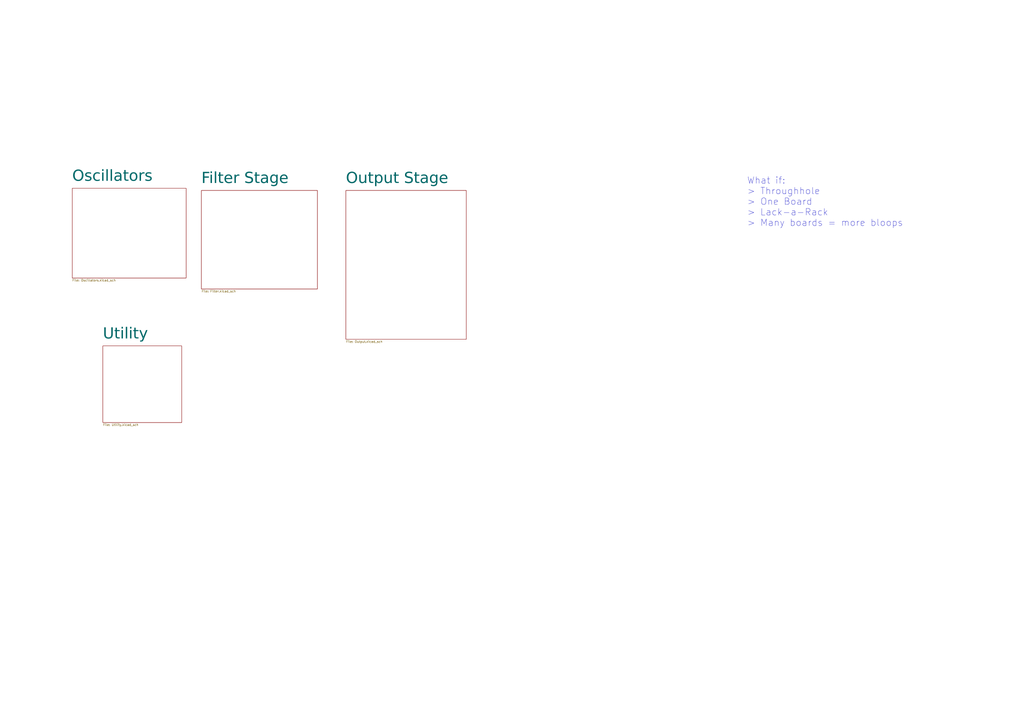
<source format=kicad_sch>
(kicad_sch (version 20231120) (generator "eeschema") (generator_version "8.0")
  (paper "A2")
  (title_block (title "Basiq Explorer") (date "2024-11-07") (rev "1.0") (company "velvia-fifty") (comment 1 "https://github.com/velvia-fifty/AudioThings") (comment 2 "If you only sent just one to the fab...") (comment 4 "Stay humble"))
  (lib_symbols
    (symbol "AT-Symbols:EURO_Express_x4" (in_bom no)
      (property "Reference" "J" (at 1.27 2.032 0))
      (symbol "EURO_Express_x4_0_0"
        (pin passive line (at 43.18 2.54 180) (length 2.54) (name "PRSNT_A") (number "A1"))
        (pin bidirectional line (at 43.18 -33.02 180) (length 2.54) (name "EURO_CV") (number "A10"))
        (pin passive line (at 43.18 -35.56 180) (length 2.54) (name "GND") (number "A11"))
        (pin power_out line (at 43.18 -40.64 180) (length 2.54) (name "USB_5V") (number "A12"))
        (pin bidirectional line (at 43.18 -43.18 180) (length 2.54) (name "USB_D-") (number "A13"))
        (pin bidirectional line (at 43.18 -52.07 180) (length 2.54) (name "Audio_Out_A") (number "A14"))
        (pin passive line (at 43.18 -54.61 180) (length 2.54) (name "GND") (number "A15"))
        (pin bidirectional line (at 43.18 -57.15 180) (length 2.54) (name "Audio_Out_B") (number "A16"))
        (pin passive line (at 43.18 -59.69 180) (length 2.54) (name "GND") (number "A17"))
        (pin bidirectional line (at 43.18 -62.23 180) (length 2.54) (name "Audio_Out_C") (number "A18"))
        (pin passive line (at 43.18 -64.77 180) (length 2.54) (name "GND") (number "A19"))
        (pin power_in line (at 43.18 -7.62 180) (length 2.54) (name "+5V") (number "A2"))
        (pin bidirectional line (at 43.18 -67.31 180) (length 2.54) (name "Audio_Out_D") (number "A20"))
        (pin passive line (at 43.18 -69.85 180) (length 2.54) (name "GND") (number "A21"))
        (pin passive line (at 43.18 -78.74 180) (length 2.54) (name "GND") (number "A23"))
        (pin passive line (at 43.18 -81.28 180) (length 2.54) (name "GND") (number "A26"))
        (pin passive line (at 43.18 -10.16 180) (length 2.54) (name "GND") (number "A3"))
        (pin power_in line (at 43.18 -12.7 180) (length 2.54) (name "+12V") (number "A4"))
        (pin passive line (at 43.18 -15.24 180) (length 2.54) (name "GND") (number "A5"))
        (pin passive line (at 43.18 -17.78 180) (length 2.54) (name "GND") (number "A6"))
        (pin power_in line (at 43.18 -20.32 180) (length 2.54) (name "-12V") (number "A7"))
        (pin passive line (at 43.18 -22.86 180) (length 2.54) (name "GND") (number "A8"))
        (pin bidirectional line (at 43.18 -30.48 180) (length 2.54) (name "EURO_GATE") (number "A9"))
        (pin passive line (at 8.89 -5.08 0) (length 2.54) (name "GND") (number "B1"))
        (pin bidirectional line (at 8.89 -33.02 0) (length 2.54) (name "OUT_CV") (number "B10"))
        (pin passive line (at 8.89 -35.56 0) (length 2.54) (name "GND") (number "B11"))
        (pin bidirectional line (at 8.89 -40.64 0) (length 2.54) (name "USB_D+") (number "B12"))
        (pin passive line (at 8.89 -43.18 0) (length 2.54) (name "GND") (number "B13"))
        (pin passive line (at 8.89 -52.07 0) (length 2.54) (name "GND") (number "B14"))
        (pin bidirectional line (at 8.89 -54.61 0) (length 2.54) (name "Audio_In_A") (number "B15"))
        (pin passive line (at 8.89 -57.15 0) (length 2.54) (name "GND") (number "B16"))
        (pin bidirectional line (at 8.89 -59.69 0) (length 2.54) (name "Audio_In_B") (number "B17"))
        (pin passive line (at 8.89 -62.23 0) (length 2.54) (name "GND") (number "B18"))
        (pin bidirectional line (at 8.89 -64.77 0) (length 2.54) (name "Audio_In_C") (number "B19"))
        (pin power_in line (at 8.89 -7.62 0) (length 2.54) (name "+5V") (number "B2"))
        (pin passive line (at 8.89 -67.31 0) (length 2.54) (name "GND") (number "B20"))
        (pin bidirectional line (at 8.89 -69.85 0) (length 2.54) (name "Audio_In_D") (number "B21"))
        (pin passive line (at 8.89 -81.28 0) (length 2.54) (name "GND") (number "B26"))
        (pin passive line (at 8.89 -10.16 0) (length 2.54) (name "GND") (number "B3"))
        (pin passive line (at 8.89 -83.82 0) (length 2.54) (name "GND") (number "B32"))
        (pin power_in line (at 8.89 -12.7 0) (length 2.54) (name "+12V") (number "B4"))
        (pin passive line (at 8.89 -15.24 0) (length 2.54) (name "GND") (number "B5"))
        (pin passive line (at 8.89 -17.78 0) (length 2.54) (name "GND") (number "B6"))
        (pin power_in line (at 8.89 -20.32 0) (length 2.54) (name "-12V") (number "B7"))
        (pin passive line (at 8.89 -22.86 0) (length 2.54) (name "GND") (number "B8"))
        (pin bidirectional line (at 8.89 -30.48 0) (length 2.54) (name "OUT_GATE") (number "B9"))
      )
      (symbol "EURO_Express_x4_1_1"
        (pin passive line (at 43.18 0 180) (length 2.54) (name "PRSNT_B") (number "B31"))
      )
    )
    (symbol "Amplifier_Operational:TL072" (pin_names (offset 0.127))
      (property "Reference" "U" (at 0 5.08 0))
      (property "Value" "TL072" (at 0 -5.08 0))
      (symbol "TL072_1_1"
        (pin output line (at 7.62 0 180) (length 2.54) (name "~") (number "1"))
        (pin input line (at -7.62 -2.54 0) (length 2.54) (name "-") (number "2"))
        (pin input line (at -7.62 2.54 0) (length 2.54) (name "+") (number "3"))
      )
      (symbol "TL072_2_1"
        (pin input line (at -7.62 2.54 0) (length 2.54) (name "+") (number "5"))
        (pin input line (at -7.62 -2.54 0) (length 2.54) (name "-") (number "6"))
        (pin output line (at 7.62 0 180) (length 2.54) (name "~") (number "7"))
      )
      (symbol "TL072_3_1"
        (pin power_in line (at -2.54 -7.62 90) (length 3.81) (name "V-") (number "4"))
        (pin power_in line (at -2.54 7.62 270) (length 3.81) (name "V+") (number "8"))
      )
    )
    (symbol "Connector:DIN41612_02x32_AB" (pin_names (offset 1.016) hide)
      (property "Reference" "J" (at 1.27 40.64 0))
      (property "Value" "DIN41612_02x32_AB" (at 1.27 -43.18 0))
      (symbol "DIN41612_02x32_AB_1_1"
        (pin passive line (at -5.08 38.1 0) (length 3.81) (name "Pin_a1") (number "a1"))
        (pin passive line (at -5.08 15.24 0) (length 3.81) (name "Pin_a10") (number "a10"))
        (pin passive line (at -5.08 12.7 0) (length 3.81) (name "Pin_a11") (number "a11"))
        (pin passive line (at -5.08 10.16 0) (length 3.81) (name "Pin_a12") (number "a12"))
        (pin passive line (at -5.08 7.62 0) (length 3.81) (name "Pin_a13") (number "a13"))
        (pin passive line (at -5.08 5.08 0) (length 3.81) (name "Pin_a14") (number "a14"))
        (pin passive line (at -5.08 2.54 0) (length 3.81) (name "Pin_a15") (number "a15"))
        (pin passive line (at -5.08 0 0) (length 3.81) (name "Pin_a16") (number "a16"))
        (pin passive line (at -5.08 -2.54 0) (length 3.81) (name "Pin_a17") (number "a17"))
        (pin passive line (at -5.08 -5.08 0) (length 3.81) (name "Pin_a18") (number "a18"))
        (pin passive line (at -5.08 -7.62 0) (length 3.81) (name "Pin_a19") (number "a19"))
        (pin passive line (at -5.08 35.56 0) (length 3.81) (name "Pin_a2") (number "a2"))
        (pin passive line (at -5.08 -10.16 0) (length 3.81) (name "Pin_a20") (number "a20"))
        (pin passive line (at -5.08 -12.7 0) (length 3.81) (name "Pin_a21") (number "a21"))
        (pin passive line (at -5.08 -15.24 0) (length 3.81) (name "Pin_a22") (number "a22"))
        (pin passive line (at -5.08 -17.78 0) (length 3.81) (name "Pin_a23") (number "a23"))
        (pin passive line (at -5.08 -20.32 0) (length 3.81) (name "Pin_a24") (number "a24"))
        (pin passive line (at -5.08 -22.86 0) (length 3.81) (name "Pin_a25") (number "a25"))
        (pin passive line (at -5.08 -25.4 0) (length 3.81) (name "Pin_a26") (number "a26"))
        (pin passive line (at -5.08 -27.94 0) (length 3.81) (name "Pin_a27") (number "a27"))
        (pin passive line (at -5.08 -30.48 0) (length 3.81) (name "Pin_a28") (number "a28"))
        (pin passive line (at -5.08 -33.02 0) (length 3.81) (name "Pin_a29") (number "a29"))
        (pin passive line (at -5.08 33.02 0) (length 3.81) (name "Pin_a3") (number "a3"))
        (pin passive line (at -5.08 -35.56 0) (length 3.81) (name "Pin_a30") (number "a30"))
        (pin passive line (at -5.08 -38.1 0) (length 3.81) (name "Pin_a31") (number "a31"))
        (pin passive line (at -5.08 -40.64 0) (length 3.81) (name "Pin_a32") (number "a32"))
        (pin passive line (at -5.08 30.48 0) (length 3.81) (name "Pin_a4") (number "a4"))
        (pin passive line (at -5.08 27.94 0) (length 3.81) (name "Pin_a5") (number "a5"))
        (pin passive line (at -5.08 25.4 0) (length 3.81) (name "Pin_a6") (number "a6"))
        (pin passive line (at -5.08 22.86 0) (length 3.81) (name "Pin_a7") (number "a7"))
        (pin passive line (at -5.08 20.32 0) (length 3.81) (name "Pin_a8") (number "a8"))
        (pin passive line (at -5.08 17.78 0) (length 3.81) (name "Pin_a9") (number "a9"))
        (pin passive line (at 7.62 38.1 180) (length 3.81) (name "Pin_b1") (number "b1"))
        (pin passive line (at 7.62 15.24 180) (length 3.81) (name "Pin_b10") (number "b10"))
        (pin passive line (at 7.62 12.7 180) (length 3.81) (name "Pin_b11") (number "b11"))
        (pin passive line (at 7.62 10.16 180) (length 3.81) (name "Pin_b12") (number "b12"))
        (pin passive line (at 7.62 7.62 180) (length 3.81) (name "Pin_b13") (number "b13"))
        (pin passive line (at 7.62 5.08 180) (length 3.81) (name "Pin_b14") (number "b14"))
        (pin passive line (at 7.62 2.54 180) (length 3.81) (name "Pin_b15") (number "b15"))
        (pin passive line (at 7.62 0 180) (length 3.81) (name "Pin_b16") (number "b16"))
        (pin passive line (at 7.62 -2.54 180) (length 3.81) (name "Pin_b17") (number "b17"))
        (pin passive line (at 7.62 -5.08 180) (length 3.81) (name "Pin_b18") (number "b18"))
        (pin passive line (at 7.62 -7.62 180) (length 3.81) (name "Pin_b19") (number "b19"))
        (pin passive line (at 7.62 35.56 180) (length 3.81) (name "Pin_b2") (number "b2"))
        (pin passive line (at 7.62 -10.16 180) (length 3.81) (name "Pin_b20") (number "b20"))
        (pin passive line (at 7.62 -12.7 180) (length 3.81) (name "Pin_b21") (number "b21"))
        (pin passive line (at 7.62 -15.24 180) (length 3.81) (name "Pin_b22") (number "b22"))
        (pin passive line (at 7.62 -17.78 180) (length 3.81) (name "Pin_b23") (number "b23"))
        (pin passive line (at 7.62 -20.32 180) (length 3.81) (name "Pin_b24") (number "b24"))
        (pin passive line (at 7.62 -22.86 180) (length 3.81) (name "Pin_b25") (number "b25"))
        (pin passive line (at 7.62 -25.4 180) (length 3.81) (name "Pin_b26") (number "b26"))
        (pin passive line (at 7.62 -27.94 180) (length 3.81) (name "Pin_b27") (number "b27"))
        (pin passive line (at 7.62 -30.48 180) (length 3.81) (name "Pin_b28") (number "b28"))
        (pin passive line (at 7.62 -33.02 180) (length 3.81) (name "Pin_b29") (number "b29"))
        (pin passive line (at 7.62 33.02 180) (length 3.81) (name "Pin_b3") (number "b3"))
        (pin passive line (at 7.62 -35.56 180) (length 3.81) (name "Pin_b30") (number "b30"))
        (pin passive line (at 7.62 -38.1 180) (length 3.81) (name "Pin_b31") (number "b31"))
        (pin passive line (at 7.62 -40.64 180) (length 3.81) (name "Pin_b32") (number "b32"))
        (pin passive line (at 7.62 30.48 180) (length 3.81) (name "Pin_b4") (number "b4"))
        (pin passive line (at 7.62 27.94 180) (length 3.81) (name "Pin_b5") (number "b5"))
        (pin passive line (at 7.62 25.4 180) (length 3.81) (name "Pin_b6") (number "b6"))
        (pin passive line (at 7.62 22.86 180) (length 3.81) (name "Pin_b7") (number "b7"))
        (pin passive line (at 7.62 20.32 180) (length 3.81) (name "Pin_b8") (number "b8"))
        (pin passive line (at 7.62 17.78 180) (length 3.81) (name "Pin_b9") (number "b9"))
      )
    )
    (symbol "Connector_Audio:AudioJack2_SwitchT"
      (property "Reference" "J" (at 0 8.89 0))
      (property "Value" "AudioJack2_SwitchT" (at 0 6.35 0))
      (symbol "AudioJack2_SwitchT_1_1"
        (pin passive line (at 5.08 2.54 180) (length 2.54) (name "~") (number "S"))
        (pin passive line (at 5.08 0 180) (length 2.54) (name "~") (number "T"))
        (pin passive line (at 5.08 -2.54 180) (length 2.54) (name "~") (number "TN"))
      )
    )
    (symbol "Connector_Generic:Conn_02x08_Odd_Even" (pin_names (offset 1.016) hide)
      (property "Reference" "J" (at 1.27 10.16 0))
      (property "Value" "Conn_02x08_Odd_Even" (at 1.27 -12.7 0))
      (symbol "Conn_02x08_Odd_Even_1_1"
        (pin passive line (at -5.08 7.62 0) (length 3.81) (name "Pin_1") (number "1"))
        (pin passive line (at 7.62 -2.54 180) (length 3.81) (name "Pin_10") (number "10"))
        (pin passive line (at -5.08 -5.08 0) (length 3.81) (name "Pin_11") (number "11"))
        (pin passive line (at 7.62 -5.08 180) (length 3.81) (name "Pin_12") (number "12"))
        (pin passive line (at -5.08 -7.62 0) (length 3.81) (name "Pin_13") (number "13"))
        (pin passive line (at 7.62 -7.62 180) (length 3.81) (name "Pin_14") (number "14"))
        (pin passive line (at -5.08 -10.16 0) (length 3.81) (name "Pin_15") (number "15"))
        (pin passive line (at 7.62 -10.16 180) (length 3.81) (name "Pin_16") (number "16"))
        (pin passive line (at 7.62 7.62 180) (length 3.81) (name "Pin_2") (number "2"))
        (pin passive line (at -5.08 5.08 0) (length 3.81) (name "Pin_3") (number "3"))
        (pin passive line (at 7.62 5.08 180) (length 3.81) (name "Pin_4") (number "4"))
        (pin passive line (at -5.08 2.54 0) (length 3.81) (name "Pin_5") (number "5"))
        (pin passive line (at 7.62 2.54 180) (length 3.81) (name "Pin_6") (number "6"))
        (pin passive line (at -5.08 0 0) (length 3.81) (name "Pin_7") (number "7"))
        (pin passive line (at 7.62 0 180) (length 3.81) (name "Pin_8") (number "8"))
        (pin passive line (at -5.08 -2.54 0) (length 3.81) (name "Pin_9") (number "9"))
      )
    )
    (symbol "Device:C" (pin_numbers hide) (pin_names (offset 0.254))
      (property "Reference" "C" (at 0.635 2.54 0))
      (property "Value" "C" (at 0.635 -2.54 0))
      (symbol "C_1_1"
        (pin passive line (at 0 3.81 270) (length 2.794) (name "~") (number "1"))
        (pin passive line (at 0 -3.81 90) (length 2.794) (name "~") (number "2"))
      )
    )
    (symbol "Device:LED" (pin_numbers hide) (pin_names (offset 1.016) hide)
      (property "Reference" "D" (at 0 2.54 0))
      (property "Value" "LED" (at 0 -2.54 0))
      (symbol "LED_1_1"
        (pin passive line (at -3.81 0 0) (length 2.54) (name "K") (number "1"))
        (pin passive line (at 3.81 0 180) (length 2.54) (name "A") (number "2"))
      )
    )
    (symbol "Device:R" (pin_numbers hide) (pin_names (offset 0))
      (property "Reference" "R" (at 2.032 0 90))
      (property "Value" "R" (at 0 0 90))
      (symbol "R_1_1"
        (pin passive line (at 0 3.81 270) (length 1.27) (name "~") (number "1"))
        (pin passive line (at 0 -3.81 90) (length 1.27) (name "~") (number "2"))
      )
    )
    (symbol "Device:R_Potentiometer" (pin_names (offset 1.016) hide)
      (property "Reference" "RV" (at -4.445 0 90))
      (property "Value" "R_Potentiometer" (at -2.54 0 90))
      (symbol "R_Potentiometer_1_1"
        (pin passive line (at 0 3.81 270) (length 1.27) (name "1") (number "1"))
        (pin passive line (at 3.81 0 180) (length 1.27) (name "2") (number "2"))
        (pin passive line (at 0 -3.81 90) (length 1.27) (name "3") (number "3"))
      )
    )
    (symbol "power:+12V" (power) (pin_numbers hide) (pin_names (offset 0) hide)
      (property "Value" "+12V" (at 0 3.556 0))
      (symbol "+12V_1_1"
        (pin power_in line (at 0 0 90) (length 0) (name "~") (number "1"))
      )
    )
    (symbol "power:+5V" (power) (pin_numbers hide) (pin_names (offset 0) hide)
      (property "Value" "+5V" (at 0 3.556 0))
      (symbol "+5V_1_1"
        (pin power_in line (at 0 0 90) (length 0) (name "~") (number "1"))
      )
    )
    (symbol "power:-12V" (power) (pin_numbers hide) (pin_names (offset 0) hide)
      (property "Value" "-12V" (at 0 3.556 0))
      (symbol "-12V_0_0"
        (pin power_in line (at 0 0 90) (length 0) (name "~") (number "1"))
      )
    )
    (symbol "power:GND" (power) (pin_numbers hide) (pin_names (offset 0) hide)
      (property "Value" "GND" (at 0 -3.81 0))
      (symbol "GND_1_1"
        (pin power_in line (at 0 0 270) (length 0) (name "~") (number "1"))
      )
    )
  )
  (junction (at 337.82 -133.35))
  (junction (at 652.78 102.87))
  (junction (at 379.73 -128.27))
  (junction (at 379.73 -133.35))
  (junction (at 337.82 -128.27))
  (junction (at 454.66 -208.28))
  (junction (at 328.93 -130.81))
  (junction (at 486.41 -208.28))
  (junction (at 379.73 -135.89))
  (junction (at 337.82 -135.89))
  (junction (at 304.8 -130.81))
  (junction (at 332.74 -157.48))
  (junction (at 328.93 -144.78))
  (junction (at 678.18 102.87))
  (junction (at 337.82 -140.97))
  (junction (at 304.8 -144.78))
  (junction (at 328.93 -127))
  (junction (at 516.89 -208.28))
  (no_connect (at 703.58 274.32))
  (no_connect (at 703.58 255.27))
  (no_connect (at 703.58 293.37))
  (wire (pts (xy 170.18 -125.73) (xy 172.72 -125.73)))
  (wire (pts (xy 185.42 -105.41) (xy 187.96 -105.41)))
  (wire (pts (xy 337.82 -146.05) (xy 337.82 -140.97)))
  (wire (pts (xy 377.19 -133.35) (xy 379.73 -133.35)))
  (wire (pts (xy 516.89 -200.66) (xy 516.89 -198.12)))
  (wire (pts (xy 467.36 -198.12) (xy 467.36 -200.66)))
  (wire (pts (xy 405.13 -161.29) (xy 405.13 -166.37)))
  (wire (pts (xy 332.74 -143.51) (xy 342.9 -143.51)))
  (wire (pts (xy 170.18 -107.95) (xy 172.72 -107.95)))
  (wire (pts (xy 187.96 -102.87) (xy 185.42 -102.87)))
  (wire (pts (xy 187.96 -100.33) (xy 185.42 -100.33)))
  (wire (pts (xy 304.8 -157.48) (xy 304.8 -144.78)))
  (wire (pts (xy 170.18 -140.97) (xy 172.72 -140.97)))
  (wire (pts (xy 187.96 -176.53) (xy 185.42 -176.53)))
  (wire (pts (xy 309.88 -217.17) (xy 313.69 -217.17)))
  (wire (pts (xy 701.04 262.89) (xy 701.04 260.35)))
  (polyline (pts (xy 162.56 -113.03) (xy 218.44 -113.03)))
  (wire (pts (xy 170.18 -153.67) (xy 172.72 -153.67)))
  (wire (pts (xy 652.78 102.87) (xy 647.7 102.87)))
  (wire (pts (xy 187.96 -171.45) (xy 185.42 -171.45)))
  (wire (pts (xy 379.73 -133.35) (xy 379.73 -128.27)))
  (wire (pts (xy 187.96 -113.03) (xy 185.42 -113.03)))
  (wire (pts (xy 516.89 -198.12) (xy 529.59 -198.12)))
  (wire (pts (xy 499.11 -198.12) (xy 499.11 -200.66)))
  (wire (pts (xy 337.82 -128.27) (xy 337.82 -127)))
  (wire (pts (xy 187.96 -166.37) (xy 185.42 -166.37)))
  (wire (pts (xy 337.82 -133.35) (xy 337.82 -128.27)))
  (wire (pts (xy 645.16 229.87) (xy 645.16 224.79)))
  (wire (pts (xy 187.96 -115.57) (xy 185.42 -115.57)))
  (wire (pts (xy 379.73 -135.89) (xy 379.73 -133.35)))
  (wire (pts (xy 187.96 -133.35) (xy 185.42 -133.35)))
  (wire (pts (xy 187.96 -146.05) (xy 185.42 -146.05)))
  (wire (pts (xy 187.96 -140.97) (xy 185.42 -140.97)))
  (wire (pts (xy 309.88 -222.25) (xy 313.69 -222.25)))
  (wire (pts (xy 187.96 -148.59) (xy 185.42 -148.59)))
  (wire (pts (xy 454.66 -208.28) (xy 477.52 -208.28)))
  (wire (pts (xy 454.66 -198.12) (xy 467.36 -198.12)))
  (wire (pts (xy 170.18 -161.29) (xy 172.72 -161.29)))
  (wire (pts (xy 187.96 -143.51) (xy 185.42 -143.51)))
  (wire (pts (xy 337.82 -140.97) (xy 337.82 -135.89)))
  (wire (pts (xy 337.82 -135.89) (xy 337.82 -133.35)))
  (wire (pts (xy 701.04 281.94) (xy 701.04 279.4)))
  (wire (pts (xy 486.41 -198.12) (xy 499.11 -198.12)))
  (wire (pts (xy 392.43 -166.37) (xy 394.97 -166.37)))
  (wire (pts (xy 701.04 298.45) (xy 703.58 298.45)))
  (wire (pts (xy 379.73 -140.97) (xy 379.73 -135.89)))
  (wire (pts (xy 170.18 -128.27) (xy 172.72 -128.27)))
  (wire (pts (xy 516.89 -218.44) (xy 529.59 -218.44)))
  (wire (pts (xy 330.2 -217.17) (xy 326.39 -217.17)))
  (wire (pts (xy 170.18 -123.19) (xy 172.72 -123.19)))
  (wire (pts (xy 342.9 -140.97) (xy 337.82 -140.97)))
  (wire (pts (xy 516.89 -208.28) (xy 539.75 -208.28)))
  (wire (pts (xy 187.96 -173.99) (xy 185.42 -173.99)))
  (wire (pts (xy 388.62 -143.51) (xy 377.19 -143.51)))
  (wire (pts (xy 405.13 -166.37) (xy 402.59 -166.37)))
  (wire (pts (xy 187.96 -130.81) (xy 185.42 -130.81)))
  (wire (pts (xy 678.18 88.9) (xy 678.18 93.98)))
  (wire (pts (xy 652.78 104.14) (xy 652.78 102.87)))
  (wire (pts (xy 328.93 -144.78) (xy 322.58 -144.78)))
  (wire (pts (xy 187.96 -118.11) (xy 185.42 -118.11)))
  (wire (pts (xy 695.96 257.81) (xy 703.58 257.81)))
  (wire (pts (xy 312.42 -144.78) (xy 314.96 -144.78)))
  (wire (pts (xy 170.18 -105.41) (xy 172.72 -105.41)))
  (wire (pts (xy 170.18 -171.45) (xy 172.72 -171.45)))
  (wire (pts (xy 673.1 97.79) (xy 674.37 97.79)))
  (wire (pts (xy 337.82 -127) (xy 328.93 -127)))
  (wire (pts (xy 170.18 -100.33) (xy 172.72 -100.33)))
  (wire (pts (xy 309.88 -229.87) (xy 313.69 -229.87)))
  (wire (pts (xy 499.11 -218.44) (xy 499.11 -215.9)))
  (wire (pts (xy 695.96 276.86) (xy 703.58 276.86)))
  (wire (pts (xy 379.73 -128.27) (xy 377.19 -128.27)))
  (wire (pts (xy 678.18 101.6) (xy 678.18 102.87)))
  (wire (pts (xy 322.58 -157.48) (xy 332.74 -157.48)))
  (wire (pts (xy 377.19 -140.97) (xy 379.73 -140.97)))
  (wire (pts (xy 187.96 -128.27) (xy 185.42 -128.27)))
  (wire (pts (xy 187.96 -138.43) (xy 185.42 -138.43)))
  (wire (pts (xy 187.96 -107.95) (xy 185.42 -107.95)))
  (wire (pts (xy 187.96 -120.65) (xy 185.42 -120.65)))
  (wire (pts (xy 187.96 -158.75) (xy 185.42 -158.75)))
  (wire (pts (xy 304.8 -144.78) (xy 304.8 -130.81)))
  (wire (pts (xy 342.9 -138.43) (xy 328.93 -138.43)))
  (wire (pts (xy 377.19 -135.89) (xy 379.73 -135.89)))
  (wire (pts (xy 170.18 -133.35) (xy 172.72 -133.35)))
  (wire (pts (xy 185.42 -179.07) (xy 187.96 -179.07)))
  (wire (pts (xy 332.74 -157.48) (xy 332.74 -143.51)))
  (wire (pts (xy 187.96 -156.21) (xy 185.42 -156.21)))
  (wire (pts (xy 701.04 300.99) (xy 701.04 298.45)))
  (wire (pts (xy 645.16 212.09) (xy 645.16 219.71)))
  (wire (pts (xy 187.96 -125.73) (xy 185.42 -125.73)))
  (wire (pts (xy 170.18 -173.99) (xy 172.72 -173.99)))
  (wire (pts (xy 170.18 -158.75) (xy 172.72 -158.75)))
  (wire (pts (xy 388.62 -130.81) (xy 377.19 -130.81)))
  (wire (pts (xy 170.18 -146.05) (xy 172.72 -146.05)))
  (wire (pts (xy 309.88 -214.63) (xy 313.69 -214.63)))
  (polyline (pts (xy 162.56 -128.27) (xy 218.44 -128.27)))
  (wire (pts (xy 187.96 -168.91) (xy 185.42 -168.91)))
  (wire (pts (xy 170.18 -166.37) (xy 172.72 -166.37)))
  (wire (pts (xy 486.41 -218.44) (xy 499.11 -218.44)))
  (wire (pts (xy 342.9 -146.05) (xy 337.82 -146.05)))
  (wire (pts (xy 309.88 -219.71) (xy 313.69 -219.71)))
  (wire (pts (xy 312.42 -130.81) (xy 314.96 -130.81)))
  (wire (pts (xy 170.18 -118.11) (xy 172.72 -118.11)))
  (wire (pts (xy 642.62 219.71) (xy 645.16 219.71)))
  (wire (pts (xy 170.18 -163.83) (xy 172.72 -163.83)))
  (wire (pts (xy 170.18 -156.21) (xy 172.72 -156.21)))
  (wire (pts (xy 187.96 -110.49) (xy 185.42 -110.49)))
  (wire (pts (xy 337.82 -128.27) (xy 342.9 -128.27)))
  (wire (pts (xy 170.18 -179.07) (xy 172.72 -179.07)))
  (wire (pts (xy 388.62 -161.29) (xy 405.13 -161.29)))
  (wire (pts (xy 678.18 102.87) (xy 673.1 102.87)))
  (wire (pts (xy 529.59 -218.44) (xy 529.59 -215.9)))
  (wire (pts (xy 312.42 -157.48) (xy 314.96 -157.48)))
  (wire (pts (xy 645.16 224.79) (xy 642.62 224.79)))
  (wire (pts (xy 330.2 -229.87) (xy 326.39 -229.87)))
  (wire (pts (xy 647.7 97.79) (xy 648.97 97.79)))
  (wire (pts (xy 486.41 -200.66) (xy 486.41 -198.12)))
  (wire (pts (xy 486.41 -215.9) (xy 486.41 -218.44)))
  (wire (pts (xy 170.18 -148.59) (xy 172.72 -148.59)))
  (wire (pts (xy 701.04 279.4) (xy 703.58 279.4)))
  (wire (pts (xy 383.54 -166.37) (xy 384.81 -166.37)))
  (wire (pts (xy 309.88 -224.79) (xy 313.69 -224.79)))
  (wire (pts (xy 187.96 -153.67) (xy 185.42 -153.67)))
  (wire (pts (xy 652.78 88.9) (xy 652.78 93.98)))
  (wire (pts (xy 170.18 -115.57) (xy 172.72 -115.57)))
  (wire (pts (xy 187.96 -135.89) (xy 185.42 -135.89)))
  (wire (pts (xy 170.18 -151.13) (xy 172.72 -151.13)))
  (wire (pts (xy 645.16 222.25) (xy 642.62 222.25)))
  (wire (pts (xy 309.88 -227.33) (xy 313.69 -227.33)))
  (wire (pts (xy 695.96 295.91) (xy 703.58 295.91)))
  (wire (pts (xy 170.18 -138.43) (xy 172.72 -138.43)))
  (wire (pts (xy 467.36 -218.44) (xy 467.36 -215.9)))
  (wire (pts (xy 170.18 -176.53) (xy 172.72 -176.53)))
  (wire (pts (xy 678.18 104.14) (xy 678.18 102.87)))
  (wire (pts (xy 330.2 -222.25) (xy 326.39 -222.25)))
  (wire (pts (xy 647.7 88.9) (xy 652.78 88.9)))
  (wire (pts (xy 322.58 -130.81) (xy 328.93 -130.81)))
  (wire (pts (xy 652.78 101.6) (xy 652.78 102.87)))
  (polyline (pts (xy 162.56 -148.59) (xy 218.44 -148.59)))
  (wire (pts (xy 454.66 -200.66) (xy 454.66 -198.12)))
  (wire (pts (xy 328.93 -138.43) (xy 328.93 -144.78)))
  (wire (pts (xy 304.8 -127) (xy 304.8 -130.81)))
  (wire (pts (xy 454.66 -215.9) (xy 454.66 -218.44)))
  (wire (pts (xy 342.9 -133.35) (xy 337.82 -133.35)))
  (wire (pts (xy 187.96 -123.19) (xy 185.42 -123.19)))
  (wire (pts (xy 377.19 -153.67) (xy 383.54 -153.67)))
  (wire (pts (xy 170.18 -135.89) (xy 172.72 -135.89)))
  (wire (pts (xy 388.62 -161.29) (xy 388.62 -151.13)))
  (wire (pts (xy 330.2 -227.33) (xy 326.39 -227.33)))
  (wire (pts (xy 170.18 -168.91) (xy 172.72 -168.91)))
  (wire (pts (xy 309.88 -212.09) (xy 313.69 -212.09)))
  (wire (pts (xy 529.59 -198.12) (xy 529.59 -200.66)))
  (wire (pts (xy 342.9 -135.89) (xy 337.82 -135.89)))
  (wire (pts (xy 170.18 -130.81) (xy 172.72 -130.81)))
  (wire (pts (xy 486.41 -208.28) (xy 509.27 -208.28)))
  (wire (pts (xy 673.1 102.87) (xy 673.1 97.79)))
  (polyline (pts (xy 162.56 -153.67) (xy 218.44 -153.67)))
  (wire (pts (xy 330.2 -212.09) (xy 326.39 -212.09)))
  (wire (pts (xy 328.93 -127) (xy 304.8 -127)))
  (wire (pts (xy 673.1 88.9) (xy 678.18 88.9)))
  (wire (pts (xy 328.93 -130.81) (xy 342.9 -130.81)))
  (wire (pts (xy 330.2 -219.71) (xy 326.39 -219.71)))
  (wire (pts (xy 454.66 -218.44) (xy 467.36 -218.44)))
  (wire (pts (xy 170.18 -102.87) (xy 172.72 -102.87)))
  (wire (pts (xy 187.96 -161.29) (xy 185.42 -161.29)))
  (wire (pts (xy 187.96 -163.83) (xy 185.42 -163.83)))
  (wire (pts (xy 330.2 -224.79) (xy 326.39 -224.79)))
  (wire (pts (xy 187.96 -151.13) (xy 185.42 -151.13)))
  (wire (pts (xy 170.18 -120.65) (xy 172.72 -120.65)))
  (wire (pts (xy 701.04 260.35) (xy 703.58 260.35)))
  (wire (pts (xy 383.54 -166.37) (xy 383.54 -153.67)))
  (wire (pts (xy 392.43 -138.43) (xy 377.19 -138.43)))
  (wire (pts (xy 647.7 102.87) (xy 647.7 97.79)))
  (wire (pts (xy 170.18 -143.51) (xy 172.72 -143.51)))
  (wire (pts (xy 170.18 -113.03) (xy 172.72 -113.03)))
  (wire (pts (xy 170.18 -110.49) (xy 172.72 -110.49)))
  (wire (pts (xy 516.89 -215.9) (xy 516.89 -218.44)))
  (wire (pts (xy 377.19 -151.13) (xy 388.62 -151.13)))
  (wire (pts (xy 330.2 -214.63) (xy 326.39 -214.63)))
  (text_box "https://hackaday.com/series_of_posts/logic-noise/\n\nPATH\nSAW -> TRI\nTRI -> FOLD\nFOLD -> VCF\nVCF -> VCA\n" (at 237.49 -46.99 0) (size 83.82 31.75) (effects (font (size 1.27 1.27)) (justify left top)))
  (text "USB" (at 205.994 -150.876 90) (effects (font (size 1.27 1.27) (italic yes))))
  (text "GPIO and Status" (at 207.01 -103.632 90) (effects (font (size 1.27 1.27) (italic yes))))
  (text "Audio I/O Bus" (at 207.01 -137.414 90) (effects (font (size 1.27 1.27) (italic yes))))
  (text "What if:\n> Throughhole\n> One Board\n> Lack-a-Rack\n> Many boards = more bloops" (at 433.324 117.094 0) (effects (font (size 3.81 3.81)) (justify left)))
  (text "I2C and UART\n" (at 207.264 -120.65 90) (effects (font (size 1.27 1.27) (italic yes))))
  (text "Notch" (at 215.138 -154.432 0) (effects (font (size 1.27 1.27) (italic yes))))
  (text "Euro Power" (at 214.884 -170.18 90) (effects (font (size 1.27 1.27) (italic yes))))
  (label "BUSY" (at 170.18 -102.87 180))
  (label "+12v" (at 170.18 -171.45 180))
  (label "+12v" (at 499.11 -218.44 0))
  (label "GND" (at 170.18 -143.51 180))
  (label "Audio_OUT_C" (at 170.18 -135.89 180))
  (label "GND" (at 477.52 -208.28 0))
  (label "GND" (at 187.96 -140.97 0))
  (label "GPIO 1" (at 170.18 -110.49 180))
  (label "GND" (at 330.2 -214.63 0))
  (label "Audio_IN_D" (at 187.96 -128.27 0))
  (label "I2C ID1" (at 170.18 -118.11 180))
  (label "PRSNT_A" (at 170.18 -179.07 180))
  (label "+5" (at 309.88 -224.79 180))
  (label "SAW_1" (at 645.16 212.09 90))
  (label "5V Port 1" (at 170.18 -151.13 180))
  (label "GND" (at 170.18 -161.29 180))
  (label "+12v" (at 529.59 -218.44 0))
  (label "GND" (at 170.18 -168.91 180))
  (label "GND" (at 170.18 -138.43 180))
  (label "I2C SDA" (at 170.18 -120.65 180))
  (label "-12v" (at 529.59 -198.12 0))
  (label "+5" (at 187.96 -176.53 0))
  (label "+12v" (at 309.88 -222.25 180))
  (label "GND" (at 170.18 -166.37 180))
  (label "GPIO 3" (at 170.18 -105.41 180))
  (label "-12v" (at 187.96 -163.83 0))
  (label "-12v" (at 309.88 -212.09 180))
  (label "GND" (at 187.96 -166.37 0))
  (label "GND" (at 309.88 -219.71 180))
  (label "GND" (at 187.96 -173.99 0))
  (label "CON_GATE" (at 330.2 -229.87 0))
  (label "D+ Port 1" (at 187.96 -151.13 0))
  (label "OUT_GATE 0" (at 187.96 -158.75 0))
  (label "GND" (at 309.88 -214.63 180))
  (label "+12v" (at 330.2 -222.25 0))
  (label "GND" (at 187.96 -153.67 0))
  (label "FOLD_1_CTRL_1" (at 647.7 88.9 180))
  (label "GND" (at 187.96 -179.07 0))
  (label "I2C2 SDA" (at 187.96 -113.03 0))
  (label "+12v" (at 187.96 -171.45 0))
  (label "Audio_OUT_B" (at 170.18 -140.97 180))
  (label "GND" (at 330.2 -219.71 0))
  (label "OUT_CV 0" (at 187.96 -156.21 0))
  (label "GND" (at 187.96 -146.05 0))
  (label "GND" (at 330.2 -217.17 0))
  (label "Audio_IN_A" (at 187.96 -143.51 0))
  (label "GND" (at 170.18 -133.35 180))
  (label "GND" (at 187.96 -100.33 0))
  (label "GND" (at 187.96 -148.59 0))
  (label "GPIO 5" (at 187.96 -107.95 0))
  (label "Audio_OUT_D" (at 170.18 -130.81 180))
  (label "I2C ID2" (at 187.96 -118.11 0))
  (label "UART TX" (at 170.18 -125.73 180))
  (label "+5" (at 170.18 -176.53 180))
  (label "GND" (at 187.96 -115.57 0))
  (label "S2T_IN_1" (at 645.16 222.25 0))
  (label "GND" (at 309.88 -217.17 180))
  (label "UART RX" (at 187.96 -125.73 0))
  (label "CON_GATE 0" (at 170.18 -158.75 180))
  (label "CON_CV 0" (at 170.18 -156.21 180))
  (label "-12v" (at 170.18 -163.83 180))
  (label "GND" (at 187.96 -168.91 0))
  (label "GPIO 6" (at 187.96 -105.41 0))
  (label "Audio_IN_C" (at 187.96 -133.35 0))
  (label "GND" (at 170.18 -173.99 180))
  (label "GND" (at 170.18 -115.57 180))
  (label "-12v" (at 330.2 -212.09 0))
  (label "+12v" (at 467.36 -218.44 0))
  (label "D- Port 1" (at 170.18 -148.59 180))
  (label "PRSNT_B" (at 187.96 -102.87 0))
  (label "-12v" (at 467.36 -198.12 0))
  (label "GND" (at 539.75 -208.28 0))
  (label "CON_GATE" (at 309.88 -229.87 180))
  (label "I2C SCL" (at 187.96 -123.19 0))
  (label "GND" (at 187.96 -161.29 0))
  (label "GND" (at 170.18 -123.19 180))
  (label "CON_CV" (at 330.2 -227.33 0))
  (label "SAW1" (at 695.96 276.86 180))
  (label "FOLD_2_CTRL_1" (at 673.1 88.9 180))
  (label "+5" (at 330.2 -224.79 0))
  (label "Audio_OUT_A" (at 170.18 -146.05 180))
  (label "CON_CV" (at 309.88 -227.33 180))
  (label "GND" (at 187.96 -135.89 0))
  (label "TRI_1" (at 695.96 295.91 180))
  (label "GPIO 4" (at 187.96 -110.49 0))
  (label "I2C2 SCL" (at 170.18 -113.03 180))
  (label "READY" (at 170.18 -100.33 180))
  (label "GND" (at 170.18 -153.67 180))
  (label "-12v" (at 499.11 -198.12 0))
  (label "I2C ID0" (at 187.96 -120.65 0))
  (label "GPIO 2" (at 170.18 -107.95 180))
  (label "PWM1" (at 695.96 257.81 180))
  (label "GND" (at 187.96 -130.81 0))
  (label "Audio_IN_B" (at 187.96 -138.43 0))
  (label "GND" (at 170.18 -128.27 180))
  (label "GND" (at 509.27 -208.28 0))
  (symbol (lib_id "Device:LED") (at 318.77 -157.48 0) (unit 1)
    (property "Reference" "D5" (at 317.1825 -163.83 0))
    (property "Value" "5V OK" (at 317.1825 -161.29 0))
    (property "Footprint" "LED_SMD:LED_0805_2012Metric_Pad1.15x1.40mm_HandSolder" (effects (hide yes)))
    (property "Datasheet" "https://www.digikey.com/en/products/filter/led-indication-discrete/105?s=N4IgjCBcoGwJxVAYygMwIYBsDOBTANCAPZQDaIALAAxwDMdIAuoQA4AuUIAymwE4CWAOwDmIAL6FaYBNBApIGHAWJlwMABwB2AEzamrDpG58hoiSACsFWojloseQiUjkw1qhZj6Q7TjwEi4oRg2nAQsvKKjiouIPS02uogknShySDqYOowFprpGhQUXoQFFkklcFoIhOq0GnmEFJplmuUZdQw1tJpUbbWaYBBdzdXtmjrp6oWek9NtTS0IzD6GxgFmwZUyyPZKTqpUTOYAtNt2kHwArsrOrkeEx3oRUFc3qhZH5k-kmLgAJkcgA" (effects (hide yes)))
    (property "Description" "Light emitting diode" (effects (hide yes)))
    (property "Spec" "0805 - 2 Vf 20ma If" (effects (hide yes)))
  )
  (symbol (lib_id "Device:LED") (at 398.78 -166.37 0) (unit 1)
    (property "Reference" "D4" (at 397.1925 -172.72 0))
    (property "Value" "PRSNT" (at 397.1925 -170.18 0))
    (property "Footprint" "LED_SMD:LED_0805_2012Metric_Pad1.15x1.40mm_HandSolder" (effects (hide yes)))
    (property "Datasheet" "https://www.digikey.com/en/products/filter/led-indication-discrete/105?s=N4IgjCBcoGwJxVAYygMwIYBsDOBTANCAPZQDaIALAAxwDMdIAuoQA4AuUIAymwE4CWAOwDmIAL6FaYBNBApIGHAWJlwMABwB2AEzamrDpG58hoiSACsFWojloseQiUjkw1qhZj6Q7TjwEi4oRg2nAQsvKKjiouIPS02uogknShySDqYOowFprpGhQUXoQFFkklcFoIhOq0GnmEFJplmuUZdQw1tJpUbbWaYBBdzdXtmjrp6oWek9NtTS0IzD6GxgFmwZUyyPZKTqpUTOYAtNt2kHwArsrOrkeEx3oRUFc3qhZH5k-kmLgAJkcgA" (effects (hide yes)))
    (property "Description" "Light emitting diode" (effects (hide yes)))
    (property "Spec" "0805 - 2 Vf 20ma If" (effects (hide yes)))
  )
  (symbol (lib_id "Connector_Generic:Conn_02x08_Odd_Even") (at 321.31 -219.71 180) (unit 1)
    (property "Reference" "J14" (at 320.04 -236.22 0))
    (property "Value" "OPT EURO" (at 320.04 -233.68 0))
    (property "Footprint" "AT-Footprints:EURORACK Right Angle" (effects (hide yes)))
    (property "Description" "Generic connector, double row, 02x08, odd/even pin numbering scheme (row 1 odd numbers, row 2 even numbers), script generated (kicad-library-utils/schlib/autogen/connector/)" (effects (hide yes)))
  )
  (symbol (lib_id "Connector_Audio:AudioJack2_SwitchT") (at 708.66 276.86 180) (unit 1)
    (property "Reference" "J6" (at 709.295 285.75 0))
    (property "Value" "Saw" (at 709.295 283.21 0))
    (property "Footprint" "Connector_Audio:Jack_3.5mm_CUI_SJ-3524-SMT_Horizontal" (effects (hide yes)))
    (property "Description" "Audio Jack, 2 Poles (Mono / TS), Switched T Pole (Normalling)" (effects (hide yes)))
  )
  (symbol (lib_id "power:GND") (at 652.78 111.76 0) (unit 1)
    (property "Reference" "#PWR013" (effects (hide yes)))
    (property "Value" "GND" (at 652.78 116.84 0))
    (property "Description" "Power symbol creates a global label with name \"GND\" , ground" (effects (hide yes)))
  )
  (symbol (lib_id "power:+5V") (at 332.74 -157.48 0) (unit 1)
    (property "Reference" "#PWR03" (effects (hide yes)))
    (property "Value" "+5V" (at 332.74 -162.56 0))
    (property "Description" "Power symbol creates a global label with name \"+5V\"" (effects (hide yes)))
  )
  (symbol (lib_id "Connector_Audio:AudioJack2_SwitchT") (at 708.66 257.81 180) (unit 1)
    (property "Reference" "J7" (at 709.295 266.7 0))
    (property "Value" "PWM" (at 709.295 264.16 0))
    (property "Footprint" "Connector_Audio:Jack_3.5mm_CUI_SJ-3524-SMT_Horizontal" (effects (hide yes)))
    (property "Description" "Audio Jack, 2 Poles (Mono / TS), Switched T Pole (Normalling)" (effects (hide yes)))
  )
  (symbol (lib_id "power:GND") (at 701.04 281.94 0) (unit 1)
    (property "Reference" "#PWR037" (effects (hide yes)))
    (property "Value" "GND" (at 701.04 287.02 0))
    (property "Description" "Power symbol creates a global label with name \"GND\" , ground" (effects (hide yes)))
  )
  (symbol (lib_id "power:-12V") (at 328.93 -130.81 0) (unit 1)
    (property "Reference" "#PWR04" (effects (hide yes)))
    (property "Value" "-12V" (at 328.93 -135.89 0))
    (property "Description" "Power symbol creates a global label with name \"-12V\"" (effects (hide yes)))
  )
  (symbol (lib_id "Device:R_Potentiometer") (at 678.18 97.79 180) (unit 1)
    (property "Reference" "RV2" (at 680.72 96.5199 0) (effects (justify right)))
    (property "Value" "10k" (at 680.72 99.0599 0) (effects (justify right)))
    (property "Footprint" "Resistor_SMD:R_0805_2012Metric_Pad1.20x1.40mm_HandSolder" (effects (hide yes)))
    (property "Description" "Potentiometer" (effects (hide yes)))
    (property "Control" "Laundry" (at 667.766 97.028 0) (effects (font (italic yes))))
  )
  (symbol (lib_id "power:-12V") (at 388.62 -130.81 0) (unit 1)
    (property "Reference" "#PWR08" (effects (hide yes)))
    (property "Value" "-12V" (at 388.62 -135.89 0))
    (property "Description" "Power symbol creates a global label with name \"-12V\"" (effects (hide yes)))
  )
  (symbol (lib_id "Device:R") (at 678.18 107.95 0) (unit 1)
    (property "Reference" "R8" (at 680.72 106.6799 0) (effects (justify left)))
    (property "Value" "1k" (at 680.72 109.2199 0) (effects (justify left)))
    (property "Footprint" "Resistor_SMD:R_0805_2012Metric_Pad1.20x1.40mm_HandSolder" (effects (hide yes)))
    (property "Description" "Resistor" (effects (hide yes)))
  )
  (symbol (lib_id "Device:C") (at 516.89 -204.47 180) (unit 1)
    (property "Reference" "C6" (at 520.7 -205.7401 0) (effects (justify right)))
    (property "Value" "100nF" (at 520.7 -203.2001 0) (effects (justify right)))
    (property "Footprint" "Capacitor_SMD:C_0805_2012Metric_Pad1.18x1.45mm_HandSolder" (effects (hide yes)))
    (property "Description" "Unpolarized capacitor" (effects (hide yes)))
  )
  (symbol (lib_id "power:GND") (at 379.73 -128.27 0) (unit 1)
    (property "Reference" "#PWR06" (effects (hide yes)))
    (property "Value" "GND" (at 379.73 -123.19 0))
    (property "Description" "Power symbol creates a global label with name \"GND\" , ground" (effects (hide yes)))
  )
  (symbol (lib_id "power:GND") (at 328.93 -127 0) (unit 1)
    (property "Reference" "#PWR05" (effects (hide yes)))
    (property "Value" "GND" (at 328.93 -121.92 0))
    (property "Description" "Power symbol creates a global label with name \"GND\" , ground" (effects (hide yes)))
  )
  (symbol (lib_id "AT-Symbols:EURO_Express_x4") (at 334.01 -151.13 0) (unit 1) (in_bom no)
    (property "Reference" "J20" (at 361.315 -160.02 0))
    (property "Value" "~" (at 361.315 -157.48 0))
    (property "Footprint" "Connector_PCBEdge:BUS_PCIexpress_x4" (effects (hide yes)))
  )
  (symbol (lib_id "Amplifier_Operational:TL072") (at 532.13 -208.28 0) (unit 3)
    (property "Reference" "U13" (at 530.86 -209.5501 0) (effects (justify left)))
    (property "Value" "TL072" (at 530.86 -207.0101 0) (effects (justify left)))
    (property "Footprint" "Package_SO:SOIC-8_3.9x4.9mm_P1.27mm" (effects (hide yes)))
    (property "Datasheet" "http://www.ti.com/lit/ds/symlink/tl071.pdf" (effects (hide yes)))
    (property "Description" "Dual Low-Noise JFET-Input Operational Amplifiers, DIP-8/SOIC-8" (effects (hide yes)))
  )
  (symbol (lib_id "power:+12V") (at 392.43 -138.43 0) (unit 1)
    (property "Reference" "#PWR07" (effects (hide yes)))
    (property "Value" "+12V" (at 392.43 -143.51 0))
    (property "Description" "Power symbol creates a global label with name \"+12V\"" (effects (hide yes)))
  )
  (symbol (lib_id "Device:C") (at 454.66 -212.09 180) (unit 1)
    (property "Reference" "C1" (at 458.47 -213.3601 0) (effects (justify right)))
    (property "Value" "100nF" (at 458.47 -210.8201 0) (effects (justify right)))
    (property "Footprint" "Capacitor_SMD:C_0805_2012Metric_Pad1.18x1.45mm_HandSolder" (effects (hide yes)))
    (property "Description" "Unpolarized capacitor" (effects (hide yes)))
  )
  (symbol (lib_id "power:GND") (at 678.18 111.76 0) (unit 1)
    (property "Reference" "#PWR014" (effects (hide yes)))
    (property "Value" "GND" (at 678.18 116.84 0))
    (property "Description" "Power symbol creates a global label with name \"GND\" , ground" (effects (hide yes)))
  )
  (symbol (lib_id "Device:R_Potentiometer") (at 652.78 97.79 180) (unit 1)
    (property "Reference" "RV1" (at 655.32 96.5199 0) (effects (justify right)))
    (property "Value" "10k" (at 655.32 99.0599 0) (effects (justify right)))
    (property "Footprint" "Resistor_SMD:R_0805_2012Metric_Pad1.20x1.40mm_HandSolder" (effects (hide yes)))
    (property "Description" "Potentiometer" (effects (hide yes)))
    (property "Control" "Laundry" (at 642.366 97.028 0) (effects (font (italic yes))))
  )
  (symbol (lib_id "Device:LED") (at 318.77 -144.78 0) (unit 1)
    (property "Reference" "D6" (at 317.1825 -151.13 0))
    (property "Value" "12V OK" (at 317.1825 -148.59 0))
    (property "Footprint" "LED_SMD:LED_0805_2012Metric_Pad1.15x1.40mm_HandSolder" (effects (hide yes)))
    (property "Datasheet" "https://www.digikey.com/en/products/filter/led-indication-discrete/105?s=N4IgjCBcoGwJxVAYygMwIYBsDOBTANCAPZQDaIALAAxwDMdIAuoQA4AuUIAymwE4CWAOwDmIAL6FaYBNBApIGHAWJlwMABwB2AEzamrDpG58hoiSACsFWojloseQiUjkw1qhZj6Q7TjwEi4oRg2nAQsvKKjiouIPS02uogknShySDqYOowFprpGhQUXoQFFkklcFoIhOq0GnmEFJplmuUZdQw1tJpUbbWaYBBdzdXtmjrp6oWek9NtTS0IzD6GxgFmwZUyyPZKTqpUTOYAtNt2kHwArsrOrkeEx3oRUFc3qhZH5k-kmLgAJkcgA" (effects (hide yes)))
    (property "Description" "Light emitting diode" (effects (hide yes)))
    (property "Spec" "0805 - 2 Vf 20ma If" (at 324.104 -141.478 0) (show_name yes) (effects (font (italic yes))))
  )
  (symbol (lib_id "power:GND") (at 701.04 262.89 0) (unit 1)
    (property "Reference" "#PWR038" (effects (hide yes)))
    (property "Value" "GND" (at 701.04 267.97 0))
    (property "Description" "Power symbol creates a global label with name \"GND\" , ground" (effects (hide yes)))
  )
  (symbol (lib_id "power:GND") (at 701.04 300.99 0) (unit 1)
    (property "Reference" "#PWR033" (effects (hide yes)))
    (property "Value" "GND" (at 701.04 306.07 0))
    (property "Description" "Power symbol creates a global label with name \"GND\" , ground" (effects (hide yes)))
  )
  (symbol (lib_id "Device:R") (at 388.62 -166.37 90) (unit 1)
    (property "Reference" "R4" (at 388.62 -172.72 90))
    (property "Value" "150" (at 388.62 -170.18 90))
    (property "Footprint" "Resistor_SMD:R_0805_2012Metric_Pad1.20x1.40mm_HandSolder" (effects (hide yes)))
    (property "Description" "Resistor" (effects (hide yes)))
  )
  (symbol (lib_id "Device:C") (at 486.41 -204.47 180) (unit 1)
    (property "Reference" "C4" (at 490.22 -205.7401 0) (effects (justify right)))
    (property "Value" "100nF" (at 490.22 -203.2001 0) (effects (justify right)))
    (property "Footprint" "Capacitor_SMD:C_0805_2012Metric_Pad1.18x1.45mm_HandSolder" (effects (hide yes)))
    (property "Description" "Unpolarized capacitor" (effects (hide yes)))
  )
  (symbol (lib_id "Device:R") (at 308.61 -157.48 90) (unit 1)
    (property "Reference" "R5" (at 308.61 -163.83 90))
    (property "Value" "150" (at 308.61 -161.29 90))
    (property "Footprint" "Resistor_SMD:R_0805_2012Metric_Pad1.20x1.40mm_HandSolder" (effects (hide yes)))
    (property "Description" "Resistor" (effects (hide yes)))
  )
  (symbol (lib_id "Amplifier_Operational:TL072") (at 501.65 -208.28 0) (unit 3)
    (property "Reference" "U12" (at 500.38 -209.5501 0) (effects (justify left)))
    (property "Value" "TL072" (at 500.38 -207.0101 0) (effects (justify left)))
    (property "Footprint" "Package_SO:SOIC-8_3.9x4.9mm_P1.27mm" (effects (hide yes)))
    (property "Datasheet" "http://www.ti.com/lit/ds/symlink/tl071.pdf" (effects (hide yes)))
    (property "Description" "Dual Low-Noise JFET-Input Operational Amplifiers, DIP-8/SOIC-8" (effects (hide yes)))
  )
  (symbol (lib_id "Device:C") (at 454.66 -204.47 180) (unit 1)
    (property "Reference" "C2" (at 458.47 -205.7401 0) (effects (justify right)))
    (property "Value" "100nF" (at 458.47 -203.2001 0) (effects (justify right)))
    (property "Footprint" "Capacitor_SMD:C_0805_2012Metric_Pad1.18x1.45mm_HandSolder" (effects (hide yes)))
    (property "Description" "Unpolarized capacitor" (effects (hide yes)))
  )
  (symbol (lib_id "Device:R") (at 308.61 -130.81 270) (mirror x) (unit 1)
    (property "Reference" "R7" (at 308.61 -137.16 90))
    (property "Value" "500" (at 308.61 -134.62 90))
    (property "Footprint" "Resistor_SMD:R_0805_2012Metric_Pad1.20x1.40mm_HandSolder" (effects (hide yes)))
    (property "Description" "Resistor" (effects (hide yes)))
  )
  (symbol (lib_id "Amplifier_Operational:TL072") (at 469.9 -208.28 0) (unit 3)
    (property "Reference" "U11" (at 468.63 -209.5501 0) (effects (justify left)))
    (property "Value" "TL072" (at 468.63 -207.0101 0) (effects (justify left)))
    (property "Footprint" "Package_SO:SOIC-8_3.9x4.9mm_P1.27mm" (effects (hide yes)))
    (property "Datasheet" "http://www.ti.com/lit/ds/symlink/tl071.pdf" (effects (hide yes)))
    (property "Description" "Dual Low-Noise JFET-Input Operational Amplifiers, DIP-8/SOIC-8" (effects (hide yes)))
  )
  (symbol (lib_id "Connector_Audio:AudioJack2_SwitchT") (at 708.66 295.91 180) (unit 1)
    (property "Reference" "J5" (at 709.295 304.8 0))
    (property "Value" "Triangle" (at 709.295 302.26 0))
    (property "Footprint" "Connector_Audio:Jack_3.5mm_CUI_SJ-3524-SMT_Horizontal" (effects (hide yes)))
    (property "Description" "Audio Jack, 2 Poles (Mono / TS), Switched T Pole (Normalling)" (effects (hide yes)))
  )
  (symbol (lib_id "Device:LED") (at 318.77 -130.81 0) (mirror y) (unit 1)
    (property "Reference" "D7" (at 318.516 -137.16 0))
    (property "Value" "-12V OK" (at 318.516 -134.62 0))
    (property "Footprint" "LED_SMD:LED_0805_2012Metric_Pad1.15x1.40mm_HandSolder" (effects (hide yes)))
    (property "Datasheet" "https://www.digikey.com/en/products/filter/led-indication-discrete/105?s=N4IgjCBcoGwJxVAYygMwIYBsDOBTANCAPZQDaIALAAxwDMdIAuoQA4AuUIAymwE4CWAOwDmIAL6FaYBNBApIGHAWJlwMABwB2AEzamrDpG58hoiSACsFWojloseQiUjkw1qhZj6Q7TjwEi4oRg2nAQsvKKjiouIPS02uogknShySDqYOowFprpGhQUXoQFFkklcFoIhOq0GnmEFJplmuUZdQw1tJpUbbWaYBBdzdXtmjrp6oWek9NtTS0IzD6GxgFmwZUyyPZKTqpUTOYAtNt2kHwArsrOrkeEx3oRUFc3qhZH5k-kmLgAJkcgA" (effects (hide yes)))
    (property "Description" "Light emitting diode" (effects (hide yes)))
    (property "Spec" "0805 - 2 Vf 20ma If" (effects (hide yes)))
  )
  (symbol (lib_id "power:+12V") (at 328.93 -144.78 0) (unit 1)
    (property "Reference" "#PWR02" (effects (hide yes)))
    (property "Value" "+12V" (at 328.93 -149.86 0))
    (property "Description" "Power symbol creates a global label with name \"+12V\"" (effects (hide yes)))
  )
  (symbol (lib_id "Connector:DIN41612_02x32_AB") (at 177.8 -140.97 0) (unit 1)
    (property "Reference" "J15" (at 179.07 -185.42 0))
    (property "Value" "DIN41612_02x32_AB" (at 179.07 -182.88 0))
    (property "Description" "DIN41612 connector, double row (AB), 02x32, script generated (kicad-library-utils/schlib/autogen/connector/)" (effects (hide yes)))
  )
  (symbol (lib_id "Device:R") (at 652.78 107.95 0) (unit 1)
    (property "Reference" "R3" (at 655.32 106.6799 0) (effects (justify left)))
    (property "Value" "1k" (at 655.32 109.2199 0) (effects (justify left)))
    (property "Footprint" "Resistor_SMD:R_0805_2012Metric_Pad1.20x1.40mm_HandSolder" (effects (hide yes)))
    (property "Description" "Resistor" (effects (hide yes)))
  )
  (symbol (lib_id "power:GND") (at 645.16 229.87 0) (unit 1)
    (property "Reference" "#PWR039" (effects (hide yes)))
    (property "Value" "GND" (at 645.16 234.95 0))
    (property "Description" "Power symbol creates a global label with name \"GND\" , ground" (effects (hide yes)))
  )
  (symbol (lib_id "Connector_Audio:AudioJack2_SwitchT") (at 637.54 222.25 0) (mirror x) (unit 1)
    (property "Reference" "J8" (at 636.905 231.14 0))
    (property "Value" "Triange Gen" (at 636.905 228.6 0))
    (property "Footprint" "Connector_Audio:Jack_3.5mm_CUI_SJ-3524-SMT_Horizontal" (effects (hide yes)))
    (property "Description" "Audio Jack, 2 Poles (Mono / TS), Switched T Pole (Normalling)" (effects (hide yes)))
  )
  (symbol (lib_id "Device:R") (at 308.61 -144.78 90) (unit 1)
    (property "Reference" "R6" (at 308.61 -151.13 90))
    (property "Value" "500" (at 308.61 -148.59 90))
    (property "Footprint" "Resistor_SMD:R_0805_2012Metric_Pad1.20x1.40mm_HandSolder" (effects (hide yes)))
    (property "Description" "Resistor" (effects (hide yes)))
  )
  (symbol (lib_id "Device:C") (at 486.41 -212.09 180) (unit 1)
    (property "Reference" "C3" (at 490.22 -213.3601 0) (effects (justify right)))
    (property "Value" "100nF" (at 490.22 -210.8201 0) (effects (justify right)))
    (property "Footprint" "Capacitor_SMD:C_0805_2012Metric_Pad1.18x1.45mm_HandSolder" (effects (hide yes)))
    (property "Description" "Unpolarized capacitor" (effects (hide yes)))
  )
  (symbol (lib_id "power:+5V") (at 388.62 -143.51 0) (unit 1)
    (property "Reference" "#PWR09" (effects (hide yes)))
    (property "Value" "+5V" (at 388.62 -148.59 0))
    (property "Description" "Power symbol creates a global label with name \"+5V\"" (effects (hide yes)))
  )
  (symbol (lib_id "Device:C") (at 516.89 -212.09 180) (unit 1)
    (property "Reference" "C5" (at 520.7 -213.3601 0) (effects (justify right)))
    (property "Value" "100nF" (at 520.7 -210.8201 0) (effects (justify right)))
    (property "Footprint" "Capacitor_SMD:C_0805_2012Metric_Pad1.18x1.45mm_HandSolder" (effects (hide yes)))
    (property "Description" "Unpolarized capacitor" (effects (hide yes)))
  )
  (sheet (at 59.69 200.66) (size 45.72 44.45) (stroke (width 0.1524))
    (property "Sheetname" "Utility" (at 59.69 197.4084 0) (effects (font (size 6.35 6.35)) (justify left bottom)))
    (property "Sheetfile" "Utility.kicad_sch" (at 59.69 245.6946 0) (effects (justify left top)))
  )
  (sheet (at 200.66 110.49) (size 69.85 86.36) (stroke (width 0.1524))
    (property "Sheetname" "Output Stage" (at 200.66 107.2384 0) (effects (font (size 6.35 6.35)) (justify left bottom)))
    (property "Sheetfile" "Output.kicad_sch" (at 200.66 197.4346 0) (effects (justify left top)))
  )
  (sheet (at 41.91 109.22) (size 66.04 52.07) (stroke (width 0.1524))
    (property "Sheetname" "Oscillators" (at 41.91 105.9684 0) (effects (font (size 6.35 6.35)) (justify left bottom)))
    (property "Sheetfile" "Oscillators.kicad_sch" (at 41.91 161.8746 0) (effects (justify left top)))
  )
  (sheet (at 116.84 110.49) (size 67.31 57.15) (stroke (width 0.1524))
    (property "Sheetname" "Filter Stage" (at 116.84 107.2384 0) (effects (font (size 6.35 6.35)) (justify left bottom)))
    (property "Sheetfile" "Filter.kicad_sch" (at 116.84 168.2246 0) (effects (justify left top)))
  )
)
</source>
